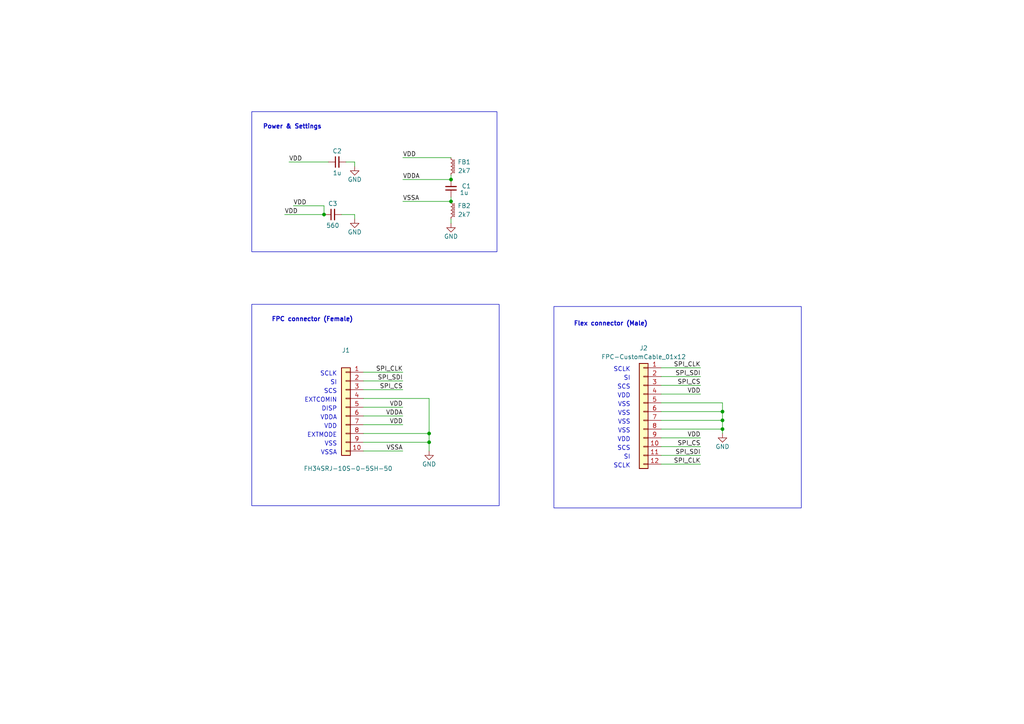
<source format=kicad_sch>
(kicad_sch (version 20231120) (generator "eeschema") (generator_version "8.0")
  (paper "A4")
  (title_block (title "LCD Daughterboard") (date "2024-07-26") (rev "2"))
  (lib_symbols
    (symbol "Device:C_Small" (pin_numbers hide) (pin_names (offset 0.254) hide)
      (property "Reference" "C" (at 0.254 1.778 0))
      (property "Value" "C_Small" (at 0.254 -2.032 0))
      (symbol "C_Small_0_1"
        (polyline (pts (xy -1.524 -0.508) (xy 1.524 -0.508)) (stroke (width 0.3302)))
        (polyline (pts (xy -1.524 0.508) (xy 1.524 0.508)) (stroke (width 0.3048)))
      )
      (symbol "C_Small_1_1"
        (pin passive line (at 0 2.54 270) (length 2.032) (name "~") (number "1"))
        (pin passive line (at 0 -2.54 90) (length 2.032) (name "~") (number "2"))
      )
    )
    (symbol "Device:L_Ferrite_Small" (pin_numbers hide) (pin_names (offset 0.254) hide)
      (property "Reference" "L" (at 1.27 1.016 0))
      (property "Value" "L_Ferrite_Small" (at 1.27 -1.27 0))
      (symbol "L_Ferrite_Small_0_1"
        (arc (start 0 -2.032) (mid 0.5058 -1.524) (end 0 -1.016))
        (arc (start 0 -1.016) (mid 0.5058 -0.508) (end 0 0))
        (polyline (pts (xy 0.762 -1.905) (xy 0.762 -1.651)))
        (polyline (pts (xy 0.762 -1.397) (xy 0.762 -1.143)))
        (polyline (pts (xy 0.762 -0.889) (xy 0.762 -0.635)))
        (polyline (pts (xy 0.762 -0.381) (xy 0.762 -0.127)))
        (polyline (pts (xy 0.762 0.127) (xy 0.762 0.381)))
        (polyline (pts (xy 0.762 0.635) (xy 0.762 0.889)))
        (polyline (pts (xy 0.762 1.143) (xy 0.762 1.397)))
        (polyline (pts (xy 0.762 1.651) (xy 0.762 1.905)))
        (polyline (pts (xy 1.016 -1.651) (xy 1.016 -1.905)))
        (polyline (pts (xy 1.016 -1.143) (xy 1.016 -1.397)))
        (polyline (pts (xy 1.016 -0.635) (xy 1.016 -0.889)))
        (polyline (pts (xy 1.016 -0.127) (xy 1.016 -0.381)))
        (polyline (pts (xy 1.016 0.381) (xy 1.016 0.127)))
        (polyline (pts (xy 1.016 0.889) (xy 1.016 0.635)))
        (polyline (pts (xy 1.016 1.397) (xy 1.016 1.143)))
        (polyline (pts (xy 1.016 1.905) (xy 1.016 1.651)))
        (arc (start 0 0) (mid 0.5058 0.508) (end 0 1.016))
        (arc (start 0 1.016) (mid 0.5058 1.524) (end 0 2.032))
      )
      (symbol "L_Ferrite_Small_1_1"
        (pin passive line (at 0 2.54 270) (length 0.508) (name "~") (number "1"))
        (pin passive line (at 0 -2.54 90) (length 0.508) (name "~") (number "2"))
      )
    )
    (symbol "Tundra_Connectors:Conn-FPC-CustomCable_01x12" (pin_names (offset 1.016) hide)
      (property "Reference" "J" (at 0 15.24 0))
      (property "Value" "FPC-CustomCable_01x12" (at 0 -17.78 0))
      (symbol "Conn-FPC-CustomCable_01x12_1_1"
        (rectangle (start -1.27 -16.51) (end 1.27 13.97) (stroke (width 0.254)) (fill (type background)))
        (rectangle (start 0 -15.367) (end 1.27 -15.113) (stroke (width 0.1524)))
        (rectangle (start 0 -12.827) (end 1.27 -12.573) (stroke (width 0.1524)))
        (rectangle (start 0 -10.287) (end 1.27 -10.033) (stroke (width 0.1524)))
        (rectangle (start 0 -7.747) (end 1.27 -7.493) (stroke (width 0.1524)))
        (rectangle (start 0 -5.207) (end 1.27 -4.953) (stroke (width 0.1524)))
        (rectangle (start 0 -2.667) (end 1.27 -2.413) (stroke (width 0.1524)))
        (rectangle (start 0 -0.127) (end 1.27 0.127) (stroke (width 0.1524)))
        (rectangle (start 0 2.413) (end 1.27 2.667) (stroke (width 0.1524)))
        (rectangle (start 0 4.953) (end 1.27 5.207) (stroke (width 0.1524)))
        (rectangle (start 0 7.493) (end 1.27 7.747) (stroke (width 0.1524)))
        (rectangle (start 0 10.033) (end 1.27 10.287) (stroke (width 0.1524)))
        (rectangle (start 0 12.573) (end 1.27 12.827) (stroke (width 0.1524)))
        (pin passive line (at 5.08 12.7 180) (length 3.81) (name "Pin_1") (number "1"))
        (pin passive line (at 5.08 -10.16 180) (length 3.81) (name "Pin_10") (number "10"))
        (pin passive line (at 5.08 -12.7 180) (length 3.81) (name "Pin_11") (number "11"))
        (pin passive line (at 5.08 -15.24 180) (length 3.81) (name "Pin_12") (number "12"))
        (pin passive line (at 5.08 10.16 180) (length 3.81) (name "Pin_2") (number "2"))
        (pin passive line (at 5.08 7.62 180) (length 3.81) (name "Pin_3") (number "3"))
        (pin passive line (at 5.08 5.08 180) (length 3.81) (name "Pin_4") (number "4"))
        (pin passive line (at 5.08 2.54 180) (length 3.81) (name "Pin_5") (number "5"))
        (pin passive line (at 5.08 0 180) (length 3.81) (name "Pin_6") (number "6"))
        (pin passive line (at 5.08 -2.54 180) (length 3.81) (name "Pin_7") (number "7"))
        (pin passive line (at 5.08 -5.08 180) (length 3.81) (name "Pin_8") (number "8"))
        (pin passive line (at 5.08 -7.62 180) (length 3.81) (name "Pin_9") (number "9"))
      )
    )
    (symbol "Tundra_Connectors:Conn-FPC_Hirose-FH34SRJ-10S-0-5SH-50" (pin_names (offset 1.016) hide)
      (property "Reference" "J" (at 0 12.7 0))
      (property "Value" "FH34SRJ-10S-0-5SH-50" (at 0 -16.51 0))
      (symbol "Conn-FPC_Hirose-FH34SRJ-10S-0-5SH-50_1_1"
        (rectangle (start -1.27 -13.97) (end 1.27 11.43) (stroke (width 0.254)) (fill (type background)))
        (rectangle (start 0 -12.827) (end 1.27 -12.573) (stroke (width 0.1524)))
        (rectangle (start 0 -10.287) (end 1.27 -10.033) (stroke (width 0.1524)))
        (rectangle (start 0 -7.747) (end 1.27 -7.493) (stroke (width 0.1524)))
        (rectangle (start 0 -5.207) (end 1.27 -4.953) (stroke (width 0.1524)))
        (rectangle (start 0 -2.667) (end 1.27 -2.413) (stroke (width 0.1524)))
        (rectangle (start 0 -0.127) (end 1.27 0.127) (stroke (width 0.1524)))
        (rectangle (start 0 2.413) (end 1.27 2.667) (stroke (width 0.1524)))
        (rectangle (start 0 4.953) (end 1.27 5.207) (stroke (width 0.1524)))
        (rectangle (start 0 7.493) (end 1.27 7.747) (stroke (width 0.1524)))
        (rectangle (start 0 10.033) (end 1.27 10.287) (stroke (width 0.1524)))
        (pin passive line (at 5.08 10.16 180) (length 3.81) (name "Pin_1") (number "1"))
        (pin passive line (at 5.08 -12.7 180) (length 3.81) (name "Pin_10") (number "10"))
        (pin passive line (at 5.08 7.62 180) (length 3.81) (name "Pin_2") (number "2"))
        (pin passive line (at 5.08 5.08 180) (length 3.81) (name "Pin_3") (number "3"))
        (pin passive line (at 5.08 2.54 180) (length 3.81) (name "Pin_4") (number "4"))
        (pin passive line (at 5.08 0 180) (length 3.81) (name "Pin_5") (number "5"))
        (pin passive line (at 5.08 -2.54 180) (length 3.81) (name "Pin_6") (number "6"))
        (pin passive line (at 5.08 -5.08 180) (length 3.81) (name "Pin_7") (number "7"))
        (pin passive line (at 5.08 -7.62 180) (length 3.81) (name "Pin_8") (number "8"))
        (pin passive line (at 5.08 -10.16 180) (length 3.81) (name "Pin_9") (number "9"))
      )
    )
    (symbol "power:GND" (power) (pin_numbers hide) (pin_names (offset 0) hide)
      (property "Value" "GND" (at 0 -3.81 0))
      (symbol "GND_0_1"
        (polyline (pts (xy 0 0) (xy 0 -1.27) (xy 1.27 -1.27) (xy 0 -2.54) (xy -1.27 -1.27) (xy 0 -1.27)))
      )
      (symbol "GND_1_1"
        (pin power_in line (at 0 0 270) (length 0) hide (name "GND") (number "1"))
      )
    )
  )
  (junction (at 124.46 128.27))
  (junction (at 130.81 52.07))
  (junction (at 93.98 62.23))
  (junction (at 209.55 124.46))
  (junction (at 124.46 125.73))
  (junction (at 209.55 121.92))
  (junction (at 130.81 58.42))
  (junction (at 209.55 119.38))
  (wire (pts (xy 130.81 63.5) (xy 130.81 64.77)))
  (wire (pts (xy 209.55 119.38) (xy 191.77 119.38)))
  (wire (pts (xy 102.87 46.99) (xy 102.87 48.26)))
  (wire (pts (xy 203.2 106.68) (xy 191.77 106.68)))
  (wire (pts (xy 203.2 127) (xy 191.77 127)))
  (wire (pts (xy 209.55 121.92) (xy 209.55 124.46)))
  (wire (pts (xy 83.82 46.99) (xy 95.25 46.99)))
  (wire (pts (xy 85.09 59.69) (xy 93.98 59.69)))
  (wire (pts (xy 209.55 121.92) (xy 191.77 121.92)))
  (wire (pts (xy 130.81 52.07) (xy 130.81 50.8)))
  (wire (pts (xy 203.2 109.22) (xy 191.77 109.22)))
  (wire (pts (xy 203.2 129.54) (xy 191.77 129.54)))
  (wire (pts (xy 116.84 52.07) (xy 130.81 52.07)))
  (wire (pts (xy 203.2 132.08) (xy 191.77 132.08)))
  (wire (pts (xy 100.33 46.99) (xy 102.87 46.99)))
  (wire (pts (xy 209.55 116.84) (xy 209.55 119.38)))
  (wire (pts (xy 116.84 120.65) (xy 105.41 120.65)))
  (wire (pts (xy 124.46 125.73) (xy 124.46 128.27)))
  (wire (pts (xy 116.84 113.03) (xy 105.41 113.03)))
  (wire (pts (xy 105.41 125.73) (xy 124.46 125.73)))
  (wire (pts (xy 102.87 62.23) (xy 102.87 63.5)))
  (wire (pts (xy 105.41 128.27) (xy 124.46 128.27)))
  (wire (pts (xy 191.77 116.84) (xy 209.55 116.84)))
  (wire (pts (xy 191.77 124.46) (xy 209.55 124.46)))
  (wire (pts (xy 209.55 119.38) (xy 209.55 121.92)))
  (wire (pts (xy 116.84 58.42) (xy 130.81 58.42)))
  (wire (pts (xy 105.41 115.57) (xy 124.46 115.57)))
  (wire (pts (xy 124.46 128.27) (xy 124.46 130.81)))
  (wire (pts (xy 116.84 130.81) (xy 105.41 130.81)))
  (wire (pts (xy 116.84 107.95) (xy 105.41 107.95)))
  (wire (pts (xy 130.81 58.42) (xy 130.81 57.15)))
  (wire (pts (xy 116.84 110.49) (xy 105.41 110.49)))
  (wire (pts (xy 209.55 124.46) (xy 209.55 125.73)))
  (wire (pts (xy 203.2 134.62) (xy 191.77 134.62)))
  (wire (pts (xy 82.55 62.23) (xy 93.98 62.23)))
  (wire (pts (xy 124.46 115.57) (xy 124.46 125.73)))
  (wire (pts (xy 116.84 123.19) (xy 105.41 123.19)))
  (wire (pts (xy 203.2 111.76) (xy 191.77 111.76)))
  (wire (pts (xy 116.84 118.11) (xy 105.41 118.11)))
  (wire (pts (xy 116.84 45.72) (xy 130.81 45.72)))
  (wire (pts (xy 203.2 114.3) (xy 191.77 114.3)))
  (wire (pts (xy 99.06 62.23) (xy 102.87 62.23)))
  (wire (pts (xy 93.98 59.69) (xy 93.98 62.23)))
  (rectangle (start 73.025 88.265) (end 144.78 146.685))
  (rectangle (start 160.655 88.9) (end 232.41 147.32))
  (rectangle (start 73.025 32.385) (end 144.145 73.025))
  (text "SCS" (at 182.88 130.81 0) (effects (font (size 1.27 1.27)) (justify right bottom)))
  (text "SI" (at 182.88 110.49 0) (effects (font (size 1.27 1.27)) (justify right bottom)))
  (text "VSS" (at 182.88 120.65 0) (effects (font (size 1.27 1.27)) (justify right bottom)))
  (text "Flex connector (Male)" (at 166.37 93.98 0) (effects (font (size 1.27 1.27) (thickness 0.254) (bold yes)) (justify left)))
  (text "SI" (at 182.88 133.35 0) (effects (font (size 1.27 1.27)) (justify right bottom)))
  (text "SCS" (at 182.88 113.03 0) (effects (font (size 1.27 1.27)) (justify right bottom)))
  (text "VSSA" (at 97.79 132.08 0) (effects (font (size 1.27 1.27)) (justify right bottom)))
  (text "SCLK" (at 97.79 109.22 0) (effects (font (size 1.27 1.27)) (justify right bottom)))
  (text "SI" (at 97.79 111.76 0) (effects (font (size 1.27 1.27)) (justify right bottom)))
  (text "SCS" (at 97.79 114.3 0) (effects (font (size 1.27 1.27)) (justify right bottom)))
  (text "VSS" (at 97.79 129.54 0) (effects (font (size 1.27 1.27)) (justify right bottom)))
  (text "VSS" (at 182.88 118.11 0) (effects (font (size 1.27 1.27)) (justify right bottom)))
  (text "EXTCOMIN" (at 97.79 116.84 0) (effects (font (size 1.27 1.27)) (justify right bottom)))
  (text "VDD" (at 182.88 115.57 0) (effects (font (size 1.27 1.27)) (justify right bottom)))
  (text "VSS" (at 182.88 125.73 0) (effects (font (size 1.27 1.27)) (justify right bottom)))
  (text "VSS" (at 182.88 123.19 0) (effects (font (size 1.27 1.27)) (justify right bottom)))
  (text "VDD" (at 182.88 128.27 0) (effects (font (size 1.27 1.27)) (justify right bottom)))
  (text "Power & Settings" (at 76.2 36.83 0) (effects (font (size 1.27 1.27) (thickness 0.254) (bold yes)) (justify left)))
  (text "EXTMODE" (at 97.79 127 0) (effects (font (size 1.27 1.27)) (justify right bottom)))
  (text "VDD" (at 97.79 124.46 0) (effects (font (size 1.27 1.27)) (justify right bottom)))
  (text "FPC connector (Female)" (at 78.74 92.71 0) (effects (font (size 1.27 1.27) (thickness 0.254) (bold yes)) (justify left)))
  (text "VDDA" (at 97.79 121.92 0) (effects (font (size 1.27 1.27)) (justify right bottom)))
  (text "SCLK" (at 182.88 135.89 0) (effects (font (size 1.27 1.27)) (justify right bottom)))
  (text "DISP" (at 97.79 119.38 0) (effects (font (size 1.27 1.27)) (justify right bottom)))
  (text "SCLK" (at 182.88 107.95 0) (effects (font (size 1.27 1.27)) (justify right bottom)))
  (label "VDD" (at 116.84 118.11 180))
  (label "SPI_SDI" (at 203.2 132.08 180))
  (label "VDDA" (at 116.84 120.65 180))
  (label "SPI_CS" (at 203.2 111.76 180))
  (label "SPI_CLK" (at 116.84 107.95 180))
  (label "SPI_SDI" (at 116.84 110.49 180))
  (label "SPI_CS" (at 116.84 113.03 180))
  (label "VDD" (at 83.82 46.99 0))
  (label "VDD" (at 82.55 62.23 0))
  (label "VDD" (at 116.84 123.19 180))
  (label "SPI_SDI" (at 203.2 109.22 180))
  (label "VSSA" (at 116.84 58.42 0))
  (label "SPI_CLK" (at 203.2 134.62 180))
  (label "VDD" (at 203.2 127 180))
  (label "VDDA" (at 116.84 52.07 0))
  (label "VDD" (at 85.09 59.69 0))
  (label "VDD" (at 203.2 114.3 180))
  (label "SPI_CS" (at 203.2 129.54 180))
  (label "VSSA" (at 116.84 130.81 180))
  (label "VDD" (at 116.84 45.72 0))
  (label "SPI_CLK" (at 203.2 106.68 180))
  (symbol (lib_id "Tundra_Connectors:Conn-FPC-CustomCable_01x12") (at 186.69 119.38 0) (unit 1)
    (property "Reference" "J2" (at 186.69 100.965 0))
    (property "Value" "FPC-CustomCable_01x12" (at 186.69 103.505 0))
    (property "Footprint" "Tundra_Connectors:Conn-FPC-CustomCable_01x12" (effects (hide yes)))
    (property "Description" "Flex PCB male connector slots, single row, 01x12" (effects (hide yes)))
  )
  (symbol (lib_id "Device:C_Small") (at 96.52 62.23 90) (unit 1)
    (property "Reference" "C3" (at 96.52 59.055 90))
    (property "Value" "560" (at 96.52 65.405 90))
    (property "Footprint" "Capacitor_SMD:C_0402_1005Metric" (effects (hide yes)))
    (property "Description" "Ceramic cap, 560pF, 25V, C0G 2%, EXT part" (effects (hide yes)))
    (property "Package" "0402" (effects (hide yes)))
    (property "Manufacturer" "Murata" (effects (hide yes)))
    (property "Part #" "GRM1555C1H561GA01D" (effects (hide yes)))
    (property "LCSC Part #" "C440169" (effects (hide yes)))
  )
  (symbol (lib_id "Tundra_Connectors:Conn-FPC_Hirose-FH34SRJ-10S-0-5SH-50") (at 100.33 118.11 0) (unit 1)
    (property "Reference" "J1" (at 100.33 101.6 0))
    (property "Value" "FH34SRJ-10S-0-5SH-50" (at 100.965 135.89 0))
    (property "Footprint" "Tundra_Connectors:Conn-FPC_Hirose-FH34SRJ-10S-0-5SH-50" (effects (hide yes)))
    (property "Description" "FFC/FPC, 10P P0.5mm, double-sided, RA, Female " (effects (hide yes)))
    (property "Package" "SMD, P=0.5mm" (effects (hide yes)))
    (property "Manufacturer" "Hirose" (effects (hide yes)))
    (property "Part #" "FH34SRJ-10S-0.5SH(50)" (effects (hide yes)))
    (property "LCSC Part #" "C324723" (effects (hide yes)))
  )
  (symbol (lib_id "power:GND") (at 209.55 125.73 0) (mirror y) (unit 1)
    (property "Reference" "#PWR05" (effects (hide yes)))
    (property "Value" "GND" (at 209.55 129.54 0))
  )
  (symbol (lib_id "power:GND") (at 102.87 48.26 0) (unit 1)
    (property "Reference" "#PWR02" (effects (hide yes)))
    (property "Value" "GND" (at 102.87 52.07 0))
  )
  (symbol (lib_id "Device:C_Small") (at 97.79 46.99 90) (unit 1)
    (property "Reference" "C2" (at 97.79 43.815 90))
    (property "Value" "1u" (at 97.79 50.165 90))
    (property "Footprint" "Capacitor_SMD:C_0402_1005Metric" (effects (hide yes)))
    (property "Description" "Ceramic cap, 1uF, 25V, X5R, 10%, BASIC part" (effects (hide yes)))
    (property "Package" "0402" (effects (hide yes)))
    (property "Manufacturer" "Samsung" (effects (hide yes)))
    (property "Part #" "CL05A105KA5NQNC" (effects (hide yes)))
    (property "LCSC Part #" "C52923" (effects (hide yes)))
  )
  (symbol (lib_id "power:GND") (at 124.46 130.81 0) (mirror y) (unit 1)
    (property "Reference" "#PWR04" (effects (hide yes)))
    (property "Value" "GND" (at 124.46 134.62 0))
  )
  (symbol (lib_id "power:GND") (at 130.81 64.77 0) (unit 1)
    (property "Reference" "#PWR01" (effects (hide yes)))
    (property "Value" "GND" (at 130.81 68.58 0))
  )
  (symbol (lib_id "Device:L_Ferrite_Small") (at 130.81 48.26 0) (unit 1)
    (property "Reference" "FB1" (at 134.62 46.99 0))
    (property "Value" "2k7" (at 134.62 49.53 0))
    (property "Footprint" "Inductor_SMD:L_0805_2012Metric" (effects (hide yes)))
    (property "Description" "800mΩ ±25% 2.7kΩ@100MHz 0402 Ferrite Bead" (effects (hide yes)))
    (property "Package" "0805" (effects (hide yes)))
    (property "Manufacturer" "Murata" (effects (hide yes)))
    (property "Part #" "BLM21BD272SH1L" (effects (hide yes)))
    (property "LCSC Part #" "C437409" (effects (hide yes)))
  )
  (symbol (lib_id "power:GND") (at 102.87 63.5 0) (unit 1)
    (property "Reference" "#PWR03" (effects (hide yes)))
    (property "Value" "GND" (at 102.87 67.31 0))
  )
  (symbol (lib_id "Device:C_Small") (at 130.81 54.61 180) (unit 1)
    (property "Reference" "C1" (at 135.255 53.975 0))
    (property "Value" "1u" (at 134.62 55.88 0))
    (property "Footprint" "Capacitor_SMD:C_0402_1005Metric" (effects (hide yes)))
    (property "Description" "Ceramic cap, 1uF, 25V, X5R, 10%, BASIC part" (effects (hide yes)))
    (property "Package" "0402" (effects (hide yes)))
    (property "Manufacturer" "Samsung" (effects (hide yes)))
    (property "Part #" "CL05A105KA5NQNC" (effects (hide yes)))
    (property "LCSC Part #" "C52923" (effects (hide yes)))
  )
  (symbol (lib_id "Device:L_Ferrite_Small") (at 130.81 60.96 0) (unit 1)
    (property "Reference" "FB2" (at 134.62 59.69 0))
    (property "Value" "2k7" (at 134.62 62.23 0))
    (property "Footprint" "Inductor_SMD:L_0805_2012Metric" (effects (hide yes)))
    (property "Description" "800mΩ ±25% 2.7kΩ@100MHz 0402 Ferrite Bead" (effects (hide yes)))
    (property "Package" "0805" (effects (hide yes)))
    (property "Manufacturer" "Murata" (effects (hide yes)))
    (property "Part #" "BLM21BD272SH1L" (effects (hide yes)))
    (property "LCSC Part #" "C437409" (effects (hide yes)))
  )
)
</source>
